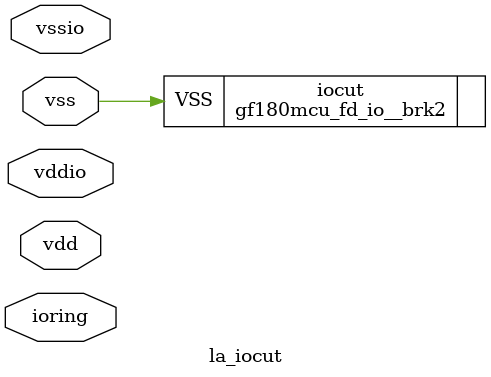
<source format=v>
module la_iocut #(
    parameter PROP  = "DEFAULT",  // cell type
    parameter SIDE  = "NO",       // "NO", "SO", "EA", "WE"
    parameter RINGW = 8           // width of io ring
) (
    inout vdd,  // core supply
    inout vss,  // core ground
    inout vddio,  // io supply
    inout vssio,  // io ground
    inout [RINGW-1:0] ioring  // generic io-ring interface
);


  //TODO: selecct cut cell based on type
  gf180mcu_fd_io__brk2 iocut (.VSS(vss));

endmodule

</source>
